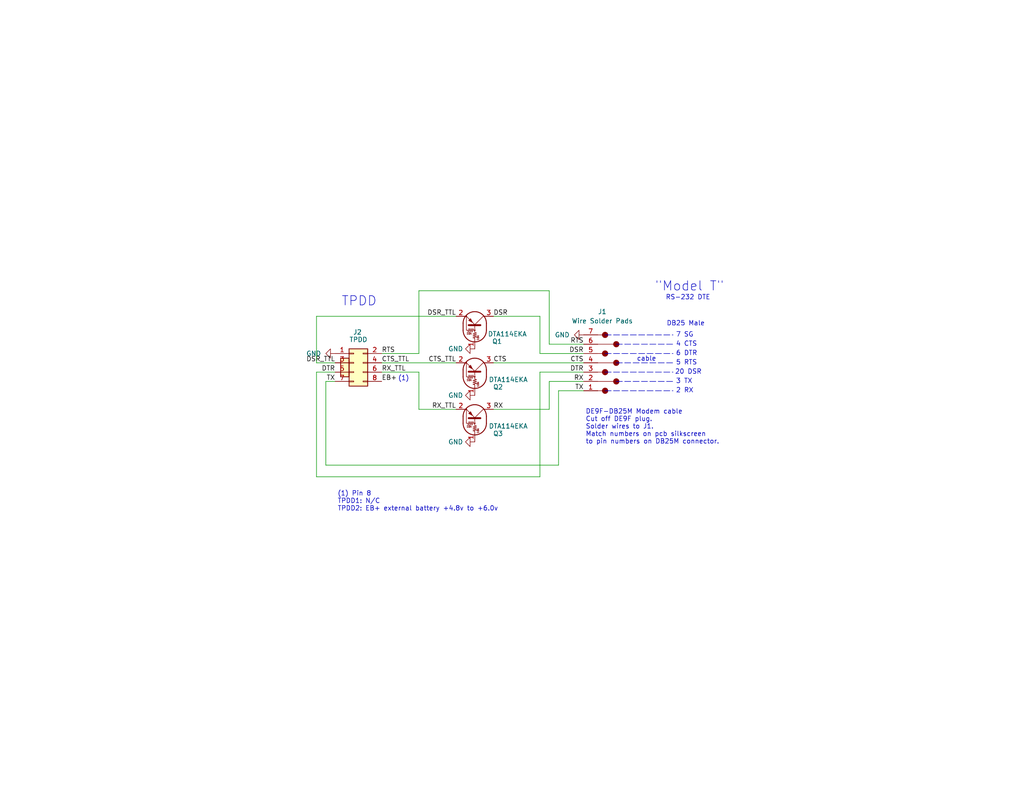
<source format=kicad_sch>
(kicad_sch (version 20211123) (generator eeschema)
  (paper "USLetter")
  (title_block (title "TPDD-RS-232") (date "2022-10-01") (rev "2") (company "Brian K. White"))
  (lib_symbols
    (symbol "000_LOCAL:1x7_stagger_wirepads" (pin_names (offset 1.016) hide)
      (property "Reference" "J" (at -0.254 8.636 0))
      (property "Value" "1x7_stagger_wirepads" (at 0 -12.446 0))
      (symbol "1x7_stagger_wirepads_0_1"
        (circle (center -1.778 -10.16) (radius 0.762) (fill (type outline)))
        (circle (center -1.778 -5.08) (radius 0.762) (fill (type outline)))
        (circle (center -1.778 0) (radius 0.762) (fill (type outline)))
        (circle (center -1.778 5.08) (radius 0.762) (fill (type outline)))
        (polyline (pts (xy -3.81 -10.16) (xy -2.54 -10.16)))
        (polyline (pts (xy -3.81 -7.62) (xy 0.508 -7.62)))
        (polyline (pts (xy -3.81 -5.08) (xy -2.54 -5.08)))
        (polyline (pts (xy -3.81 -2.54) (xy 0.508 -2.54)))
        (polyline (pts (xy -3.81 0) (xy -2.54 0)))
        (polyline (pts (xy -3.81 2.54) (xy 0.508 2.54)))
        (polyline (pts (xy -3.81 5.08) (xy -2.54 5.08)))
        (circle (center 1.27 -7.62) (radius 0.762) (fill (type outline)))
        (circle (center 1.27 -2.54) (radius 0.762) (fill (type outline)))
        (circle (center 1.27 2.54) (radius 0.762) (fill (type outline)))
      )
      (symbol "1x7_stagger_wirepads_1_1"
        (pin passive line (at -7.62 5.08 0) (length 3.81) (name "1") (number "1"))
        (pin passive line (at -7.62 2.54 0) (length 3.81) (name "2") (number "2"))
        (pin passive line (at -7.62 0 0) (length 3.81) (name "3") (number "3"))
        (pin passive line (at -7.62 -2.54 0) (length 3.81) (name "4") (number "4"))
        (pin passive line (at -7.62 -5.08 0) (length 3.81) (name "5") (number "5"))
        (pin passive line (at -7.62 -7.62 0) (length 3.81) (name "6") (number "6"))
        (pin passive line (at -7.62 -10.16 0) (length 3.81) (name "7") (number "7"))
      )
    )
    (symbol "000_LOCAL:Conn_02x04_Odd_Even" (pin_names (offset 1.016) hide)
      (property "Reference" "J" (at 1.27 5.08 0))
      (property "Value" "Conn_02x04_Odd_Even" (at 1.27 -7.62 0))
      (symbol "Conn_02x04_Odd_Even_0_1"
        (rectangle (start -1.27 1.27) (end -3.556 -3.81) (stroke (width 0.254)) (fill (type background)))
      )
      (symbol "Conn_02x04_Odd_Even_1_1"
        (rectangle (start -1.27 -4.953) (end 0 -5.207) (stroke (width 0.1524)))
        (rectangle (start -1.27 -2.413) (end 0 -2.667) (stroke (width 0.1524)))
        (rectangle (start -1.27 0.127) (end 0 -0.127) (stroke (width 0.1524)))
        (rectangle (start -1.27 2.667) (end 0 2.413) (stroke (width 0.1524)))
        (rectangle (start -1.27 3.81) (end 3.81 -6.35) (stroke (width 0.254)) (fill (type background)))
        (rectangle (start 3.81 -4.953) (end 2.54 -5.207) (stroke (width 0.1524)))
        (rectangle (start 3.81 -2.413) (end 2.54 -2.667) (stroke (width 0.1524)))
        (rectangle (start 3.81 0.127) (end 2.54 -0.127) (stroke (width 0.1524)))
        (rectangle (start 3.81 2.667) (end 2.54 2.413) (stroke (width 0.1524)))
        (pin passive line (at -5.08 2.54 0) (length 3.81) (name "Pin_1") (number "1"))
        (pin passive line (at 7.62 2.54 180) (length 3.81) (name "Pin_2") (number "2"))
        (pin passive line (at -5.08 0 0) (length 3.81) (name "Pin_3") (number "3"))
        (pin passive line (at 7.62 0 180) (length 3.81) (name "Pin_4") (number "4"))
        (pin passive line (at -5.08 -2.54 0) (length 3.81) (name "Pin_5") (number "5"))
        (pin passive line (at 7.62 -2.54 180) (length 3.81) (name "Pin_6") (number "6"))
        (pin passive line (at -5.08 -5.08 0) (length 3.81) (name "Pin_7") (number "7"))
        (pin passive line (at 7.62 -5.08 180) (length 3.81) (name "Pin_8") (number "8"))
      )
    )
    (symbol "000_LOCAL:GND" (power) (pin_names (offset 0))
      (property "Value" "GND" (at 0 -3.81 0))
      (symbol "GND_0_1"
        (polyline (pts (xy 0 0) (xy 0 -1.27) (xy 1.27 -1.27) (xy 0 -2.54) (xy -1.27 -1.27) (xy 0 -1.27)))
      )
      (symbol "GND_1_1"
        (pin power_in line (at 0 0 270) (length 0) hide (name "GND") (number "1"))
      )
    )
    (symbol "000_LOCAL:Transistor_BJT_DTA114E" (pin_names (offset 0) hide)
      (property "Reference" "Q" (at 5.08 1.905 0))
      (property "Value" "Transistor_BJT_DTA114E" (at 5.08 0 0))
      (symbol "Transistor_BJT_DTA114E_0_0"
        (text "10k" (at -3.302 0.889 0) (effects (font (size 0.508 0.508))))
        (text "10k" (at -2.159 -1.524 900) (effects (font (size 0.508 0.508))))
      )
      (symbol "Transistor_BJT_DTA114E_0_1"
        (circle (center -1.27 0) (radius 0.127))
        (arc (start -1.27 3.175) (mid -4.445 0) (end -1.27 -3.175) (stroke (width 0.254)))
        (polyline (pts (xy -3.429 0) (xy -3.81 0)))
        (polyline (pts (xy -1.27 -3.175) (xy 0.635 -3.175)) (stroke (width 0.254)))
        (polyline (pts (xy -1.27 3.175) (xy 0.635 3.175)) (stroke (width 0.254)))
        (polyline (pts (xy 0 -0.254) (xy 2.54 2.286)))
        (polyline (pts (xy 0.127 1.524) (xy 0.127 -1.651)) (stroke (width 0.508)) (fill (type outline)))
        (polyline (pts (xy 2.54 2.286) (xy 2.54 2.54)))
        (polyline (pts (xy 2.54 -2.286) (xy 0 0.254) (xy 0 0.254)))
        (polyline (pts (xy 1.397 -1.651) (xy 1.905 -1.143) (xy 0.889 -0.635) (xy 1.397 -1.651)) (fill (type outline)))
        (polyline (pts (xy 0 0) (xy -1.905 0) (xy -2.032 0.508) (xy -2.286 -0.508) (xy -2.54 0.508) (xy -2.794 -0.508) (xy -3.048 0.508) (xy -3.302 -0.508) (xy -3.429 0)))
        (polyline (pts (xy -1.27 0) (xy -1.27 -0.381) (xy -0.762 -0.508) (xy -1.778 -0.762) (xy -0.762 -1.016) (xy -1.778 -1.27) (xy -0.762 -1.524) (xy -1.778 -1.778) (xy -1.27 -1.905) (xy -1.27 -2.286) (xy 2.54 -2.286)))
        (arc (start 0.635 -3.175) (mid 3.81 0) (end 0.635 3.175) (stroke (width 0.254)))
        (circle (center 2.54 -2.286) (radius 0.127))
      )
      (symbol "Transistor_BJT_DTA114E_1_1"
        (pin input line (at -6.35 0 0) (length 2.54) (name "B") (number "1"))
        (pin passive line (at 2.54 -5.08 90) (length 2.54) (name "E") (number "2"))
        (pin passive line (at 2.54 5.08 270) (length 2.54) (name "C") (number "3"))
      )
    )
  )
  (wire (pts (xy 124.46 99.06) (xy 104.14 99.06)))
  (polyline (pts (xy 165.1 96.52) (xy 183.642 96.52)))
  (wire (pts (xy 86.36 130.175) (xy 86.36 101.6)))
  (wire (pts (xy 159.258 101.6) (xy 147.32 101.6)))
  (polyline (pts (xy 168.148 104.14) (xy 183.642 104.14)))
  (wire (pts (xy 114.3 111.76) (xy 124.46 111.76)))
  (polyline (pts (xy 168.148 99.06) (xy 183.642 99.06)))
  (wire (pts (xy 124.46 86.36) (xy 86.36 86.36)))
  (wire (pts (xy 134.62 86.36) (xy 147.32 86.36)))
  (wire (pts (xy 159.258 106.68) (xy 152.4 106.68)))
  (wire (pts (xy 86.36 99.06) (xy 91.44 99.06)))
  (wire (pts (xy 147.32 86.36) (xy 147.32 96.52)))
  (wire (pts (xy 88.9 104.14) (xy 88.9 127)))
  (wire (pts (xy 149.86 79.375) (xy 149.86 93.98)))
  (polyline (pts (xy 165.1 91.44) (xy 183.642 91.44)))
  (wire (pts (xy 86.36 130.175) (xy 147.32 130.175)))
  (wire (pts (xy 114.3 96.52) (xy 104.14 96.52)))
  (wire (pts (xy 152.4 106.68) (xy 152.4 127)))
  (wire (pts (xy 86.36 101.6) (xy 91.44 101.6)))
  (wire (pts (xy 149.86 104.14) (xy 149.86 111.76)))
  (wire (pts (xy 134.62 111.76) (xy 149.86 111.76)))
  (wire (pts (xy 147.32 101.6) (xy 147.32 130.175)))
  (wire (pts (xy 114.3 79.375) (xy 149.86 79.375)))
  (wire (pts (xy 114.3 101.6) (xy 104.14 101.6)))
  (wire (pts (xy 159.258 93.98) (xy 149.86 93.98)))
  (polyline (pts (xy 165.1 101.6) (xy 183.642 101.6)))
  (polyline (pts (xy 165.1 106.68) (xy 183.642 106.68)))
  (wire (pts (xy 114.3 101.6) (xy 114.3 111.76)))
  (wire (pts (xy 159.258 96.52) (xy 147.32 96.52)))
  (wire (pts (xy 159.258 104.14) (xy 149.86 104.14)))
  (polyline (pts (xy 168.148 93.98) (xy 183.642 93.98)))
  (wire (pts (xy 91.44 104.14) (xy 88.9 104.14)))
  (wire (pts (xy 134.62 99.06) (xy 159.258 99.06)))
  (wire (pts (xy 114.3 79.375) (xy 114.3 96.52)))
  (wire (pts (xy 86.36 86.36) (xy 86.36 99.06)))
  (wire (pts (xy 88.9 127) (xy 152.4 127)))
  (text "3 TX" (at 184.404 104.902 0) (effects (font (size 1.27 1.27)) (justify left bottom)))
  (text "7 SG" (at 184.404 92.202 0) (effects (font (size 1.27 1.27)) (justify left bottom)))
  (text "(1)" (at 108.585 104.14 0) (effects (font (size 1.27 1.27)) (justify left bottom)))
  (text "2 RX" (at 184.404 107.442 0) (effects (font (size 1.27 1.27)) (justify left bottom)))
  (text "4 CTS" (at 184.404 94.742 0) (effects (font (size 1.27 1.27)) (justify left bottom)))
  (text "20 DSR" (at 184.15 102.362 0) (effects (font (size 1.27 1.27)) (justify left bottom)))
  (text "(1) Pin 8\nTPDD1: N/C\nTPDD2: EB+ external battery +4.8v to +6.0v" (at 92.075 139.7 0) (effects (font (size 1.27 1.27)) (justify left bottom)))
  (text "6 DTR" (at 184.404 97.282 0) (effects (font (size 1.27 1.27)) (justify left bottom)))
  (text "RS-232 DTE" (at 181.61 82.042 0) (effects (font (size 1.27 1.27)) (justify left bottom)))
  (text "cable" (at 173.736 98.806 0) (effects (font (size 1.27 1.27)) (justify left bottom)))
  (text "DE9F-DB25M Modem cable\nCut off DE9F plug.\nSolder wires to J1.\nMatch numbers on pcb silkscreen\nto pin numbers on DB25M connector." (at 159.766 121.412 0) (effects (font (size 1.27 1.27)) (justify left bottom)))
  (text "\"Model T\"" (at 197.612 79.756 180) (effects (font (size 2.54 2.54)) (justify right bottom)))
  (text "TPDD" (at 102.87 83.82 180) (effects (font (size 2.54 2.54)) (justify right bottom)))
  (text "DB25 Male" (at 181.864 89.154 0) (effects (font (size 1.27 1.27)) (justify left bottom)))
  (text "5 RTS" (at 184.404 99.822 0) (effects (font (size 1.27 1.27)) (justify left bottom)))
  (label "RTS" (at 159.258 93.98 180))
  (label "CTS" (at 159.258 99.06 180))
  (label "RTS" (at 104.14 96.52 0))
  (label "DSR_TTL" (at 91.44 99.06 180))
  (label "RX_TTL" (at 104.14 101.6 0))
  (label "RX_TTL" (at 124.46 111.76 180))
  (label "DTR" (at 91.44 101.6 180))
  (label "CTS_TTL" (at 104.14 99.06 0))
  (label "DSR" (at 134.62 86.36 0))
  (label "CTS" (at 134.62 99.06 0))
  (label "DSR" (at 159.258 96.52 180))
  (label "DTR" (at 159.258 101.6 180))
  (label "RX" (at 159.258 104.14 180))
  (label "DSR_TTL" (at 124.46 86.36 180))
  (label "TX" (at 91.44 104.14 180))
  (label "EB+" (at 104.14 104.14 0))
  (label "RX" (at 134.62 111.76 0))
  (label "CTS_TTL" (at 124.46 99.06 180))
  (label "TX" (at 159.258 106.68 180))
  (symbol (lib_id "000_LOCAL:Transistor_BJT_DTA114E") (at 129.54 88.9 270) (mirror x) (unit 1)
    (property "Reference" "Q1" (at 135.636 93.218 90))
    (property "Value" "DTA114EKA" (at 138.43 91.186 90))
    (property "Footprint" "000_LOCAL:SC-59" (effects hide))
    (property "Datasheet" "https://www.rohm.com/datasheet/DTA114EEB/dta114eebtl-e" (effects hide))
  )
  (symbol (lib_id "000_LOCAL:Transistor_BJT_DTA114E") (at 129.54 101.6 270) (mirror x) (unit 1)
    (property "Reference" "Q2" (at 135.89 105.664 90))
    (property "Value" "DTA114EKA" (at 138.684 103.632 90))
    (property "Footprint" "000_LOCAL:SC-59" (effects hide))
    (property "Datasheet" "https://www.rohm.com/datasheet/DTA114EEB/dta114eebtl-e" (effects hide))
  )
  (symbol (lib_id "000_LOCAL:Transistor_BJT_DTA114E") (at 129.54 114.3 270) (mirror x) (unit 1)
    (property "Reference" "Q3" (at 135.89 118.364 90))
    (property "Value" "DTA114EKA" (at 138.684 116.332 90))
    (property "Footprint" "000_LOCAL:SC-59" (effects hide))
    (property "Datasheet" "https://www.rohm.com/datasheet/DTA114EEB/dta114eebtl-e" (effects hide))
  )
  (symbol (lib_id "000_LOCAL:1x7_stagger_wirepads") (at 166.878 101.6 0) (mirror x) (unit 1)
    (property "Reference" "J1" (at 164.338 85.09 0))
    (property "Value" "Wire Solder Pads" (at 164.338 87.63 0))
    (property "Footprint" "000_LOCAL:D7_1.5mm_wirepads" (effects hide))
    (property "Datasheet" " ~" (effects hide))
  )
  (symbol (lib_id "000_LOCAL:Conn_02x04_Odd_Even") (at 96.52 99.06 0) (unit 1)
    (property "Reference" "J2" (at 97.536 90.678 0))
    (property "Value" "TPDD" (at 97.79 92.71 0))
    (property "Footprint" "000_LOCAL:2-6-2_tpdd" (effects hide))
  )
  (symbol (lib_id "000_LOCAL:GND") (at 91.44 96.52 270) (unit 1)
    (property "Reference" "#PWR?" (effects hide))
    (property "Value" "GND" (at 87.63 96.52 90) (effects (justify right)))
  )
  (symbol (lib_id "000_LOCAL:GND") (at 159.258 91.44 270) (unit 1)
    (property "Reference" "#PWR?" (effects hide))
    (property "Value" "GND" (at 155.448 91.44 90) (effects (justify right)))
  )
  (symbol (lib_id "000_LOCAL:GND") (at 129.54 95.25 270) (unit 1)
    (property "Reference" "#PWR?" (effects hide))
    (property "Value" "GND" (at 126.365 95.25 90) (effects (justify right)))
  )
  (symbol (lib_id "000_LOCAL:GND") (at 129.54 107.95 270) (unit 1)
    (property "Reference" "#PWR?" (effects hide))
    (property "Value" "GND" (at 126.365 107.95 90) (effects (justify right)))
  )
  (symbol (lib_id "000_LOCAL:GND") (at 129.54 120.65 270) (unit 1)
    (property "Reference" "#PWR?" (effects hide))
    (property "Value" "GND" (at 126.365 120.65 90) (effects (justify right)))
  )
)
</source>
